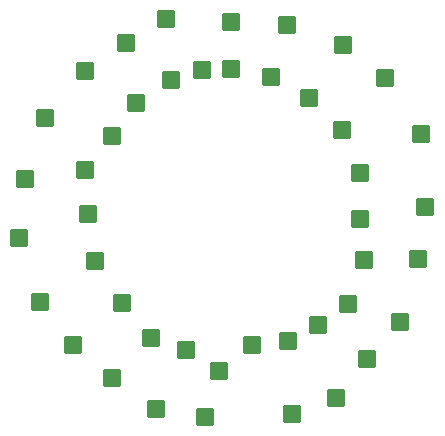
<source format=gbs>
G04 Layer: BottomSolderMaskLayer*
G04 EasyEDA Pro v2.2.35.2, 2025-01-16 15:30:06*
G04 Gerber Generator version 0.3*
G04 Scale: 100 percent, Rotated: No, Reflected: No*
G04 Dimensions in millimeters*
G04 Leading zeros omitted, absolute positions, 4 integers and 5 decimals*
%FSLAX45Y45*%
%MOMM*%
%AMRoundRect*1,1,$1,$2,$3*1,1,$1,$4,$5*1,1,$1,0-$2,0-$3*1,1,$1,0-$4,0-$5*20,1,$1,$2,$3,$4,$5,0*20,1,$1,$4,$5,0-$2,0-$3,0*20,1,$1,0-$2,0-$3,0-$4,0-$5,0*20,1,$1,0-$4,0-$5,$2,$3,0*4,1,4,$2,$3,$4,$5,0-$2,0-$3,0-$4,0-$5,$2,$3,0*%
%ADD10RoundRect,0.09516X-0.70322X0.70322X0.70322X0.70322*%
G75*


G04 Pad Start*
G54D10*
G01X0Y5600000D03*
G01X476999Y5576202D03*
G01X946899Y5406403D03*
G01X1302499Y5122304D03*
G01X1607299Y4647705D03*
G01X1645399Y4033406D03*
G01X1587500Y3594100D03*
G01X1429499Y3058808D03*
G01X1155700Y2743200D03*
G01X889000Y2413000D03*
G01X515099Y2282711D03*
G01X-216802Y2257501D03*
G01X-635902Y2325002D03*
G01X-1004202Y2587003D03*
G01X-1334402Y2861704D03*
G01X-1612900Y3225800D03*
G01X-1790700Y3771900D03*
G01X-1740802Y4270007D03*
G01X-1575702Y4786008D03*
G01X-1232802Y5187709D03*
G01X-889000Y5422900D03*
G01X-546100Y5626100D03*
G01X-241300Y5194300D03*
G01X-504901Y5110810D03*
G01X-800100Y4914900D03*
G01X-1003300Y4635500D03*
G01X-1231900Y4343400D03*
G01X-1206500Y3975100D03*
G01X-1152601Y3572205D03*
G01X-924001Y3221304D03*
G01X-673100Y2921000D03*
G01X-377901Y2824302D03*
G01X-101600Y2641600D03*
G01X176200Y2866911D03*
G01X481000Y2901010D03*
G01X735000Y3032709D03*
G01X989000Y3215208D03*
G01X1130300Y3581400D03*
G01X1090600Y3935806D03*
G01X1090600Y4321505D03*
G01X938200Y4681804D03*
G01X658800Y4953203D03*
G01X341300Y5135702D03*
G01X0Y5200000D03*
G04 Pad End*

M02*


</source>
